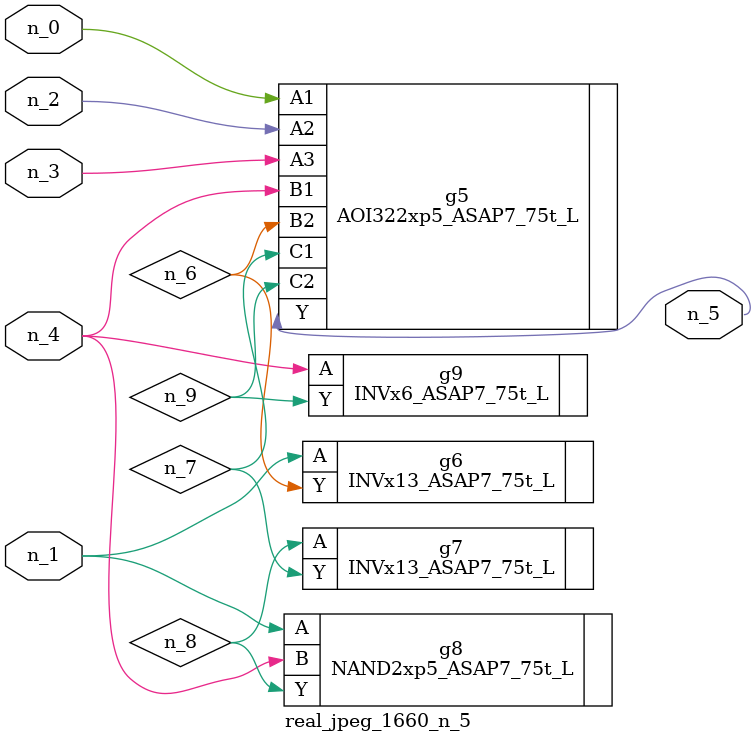
<source format=v>
module real_jpeg_1660_n_5 (n_4, n_0, n_1, n_2, n_3, n_5);

input n_4;
input n_0;
input n_1;
input n_2;
input n_3;

output n_5;

wire n_8;
wire n_6;
wire n_7;
wire n_9;

AOI322xp5_ASAP7_75t_L g5 ( 
.A1(n_0),
.A2(n_2),
.A3(n_3),
.B1(n_4),
.B2(n_6),
.C1(n_7),
.C2(n_9),
.Y(n_5)
);

INVx13_ASAP7_75t_L g6 ( 
.A(n_1),
.Y(n_6)
);

NAND2xp5_ASAP7_75t_L g8 ( 
.A(n_1),
.B(n_4),
.Y(n_8)
);

INVx6_ASAP7_75t_L g9 ( 
.A(n_4),
.Y(n_9)
);

INVx13_ASAP7_75t_L g7 ( 
.A(n_8),
.Y(n_7)
);


endmodule
</source>
